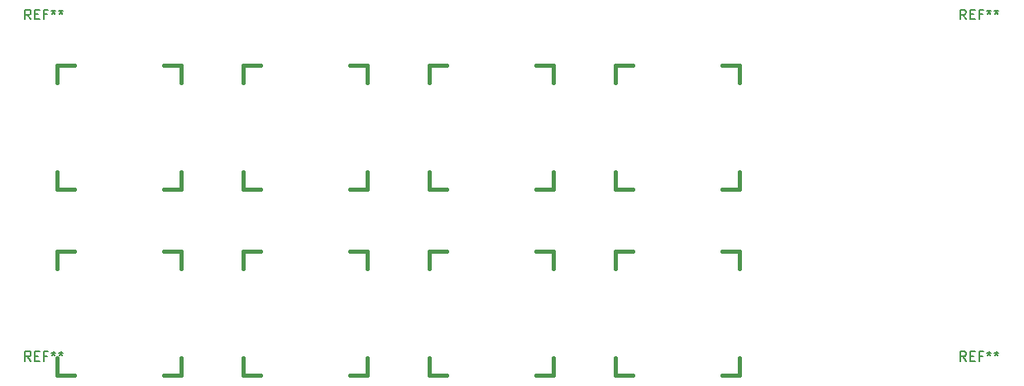
<source format=gto>
G04 #@! TF.GenerationSoftware,KiCad,Pcbnew,(5.1.0-0)*
G04 #@! TF.CreationDate,2019-03-20T16:53:29-04:00*
G04 #@! TF.ProjectId,keeb2x4,6b656562-3278-4342-9e6b-696361645f70,rev?*
G04 #@! TF.SameCoordinates,Original*
G04 #@! TF.FileFunction,Legend,Top*
G04 #@! TF.FilePolarity,Positive*
%FSLAX46Y46*%
G04 Gerber Fmt 4.6, Leading zero omitted, Abs format (unit mm)*
G04 Created by KiCad (PCBNEW (5.1.0-0)) date 2019-03-20 16:53:29*
%MOMM*%
%LPD*%
G04 APERTURE LIST*
%ADD10C,0.381000*%
%ADD11C,0.150000*%
G04 APERTURE END LIST*
D10*
X29368750Y-53181250D02*
X31146750Y-53181250D01*
X40290750Y-53181250D02*
X42068750Y-53181250D01*
X42068750Y-53181250D02*
X42068750Y-54959250D01*
X42068750Y-64103250D02*
X42068750Y-65881250D01*
X42068750Y-65881250D02*
X40290750Y-65881250D01*
X31146750Y-65881250D02*
X29368750Y-65881250D01*
X29368750Y-65881250D02*
X29368750Y-64103250D01*
X29368750Y-54959250D02*
X29368750Y-53181250D01*
X29368750Y-74009250D02*
X29368750Y-72231250D01*
X29368750Y-84931250D02*
X29368750Y-83153250D01*
X31146750Y-84931250D02*
X29368750Y-84931250D01*
X42068750Y-84931250D02*
X40290750Y-84931250D01*
X42068750Y-83153250D02*
X42068750Y-84931250D01*
X42068750Y-72231250D02*
X42068750Y-74009250D01*
X40290750Y-72231250D02*
X42068750Y-72231250D01*
X29368750Y-72231250D02*
X31146750Y-72231250D01*
X48418750Y-53181250D02*
X50196750Y-53181250D01*
X59340750Y-53181250D02*
X61118750Y-53181250D01*
X61118750Y-53181250D02*
X61118750Y-54959250D01*
X61118750Y-64103250D02*
X61118750Y-65881250D01*
X61118750Y-65881250D02*
X59340750Y-65881250D01*
X50196750Y-65881250D02*
X48418750Y-65881250D01*
X48418750Y-65881250D02*
X48418750Y-64103250D01*
X48418750Y-54959250D02*
X48418750Y-53181250D01*
X48418750Y-74009250D02*
X48418750Y-72231250D01*
X48418750Y-84931250D02*
X48418750Y-83153250D01*
X50196750Y-84931250D02*
X48418750Y-84931250D01*
X61118750Y-84931250D02*
X59340750Y-84931250D01*
X61118750Y-83153250D02*
X61118750Y-84931250D01*
X61118750Y-72231250D02*
X61118750Y-74009250D01*
X59340750Y-72231250D02*
X61118750Y-72231250D01*
X48418750Y-72231250D02*
X50196750Y-72231250D01*
X67468750Y-53181250D02*
X69246750Y-53181250D01*
X78390750Y-53181250D02*
X80168750Y-53181250D01*
X80168750Y-53181250D02*
X80168750Y-54959250D01*
X80168750Y-64103250D02*
X80168750Y-65881250D01*
X80168750Y-65881250D02*
X78390750Y-65881250D01*
X69246750Y-65881250D02*
X67468750Y-65881250D01*
X67468750Y-65881250D02*
X67468750Y-64103250D01*
X67468750Y-54959250D02*
X67468750Y-53181250D01*
X67468750Y-74009250D02*
X67468750Y-72231250D01*
X67468750Y-84931250D02*
X67468750Y-83153250D01*
X69246750Y-84931250D02*
X67468750Y-84931250D01*
X80168750Y-84931250D02*
X78390750Y-84931250D01*
X80168750Y-83153250D02*
X80168750Y-84931250D01*
X80168750Y-72231250D02*
X80168750Y-74009250D01*
X78390750Y-72231250D02*
X80168750Y-72231250D01*
X67468750Y-72231250D02*
X69246750Y-72231250D01*
X86518750Y-54959250D02*
X86518750Y-53181250D01*
X86518750Y-65881250D02*
X86518750Y-64103250D01*
X88296750Y-65881250D02*
X86518750Y-65881250D01*
X99218750Y-65881250D02*
X97440750Y-65881250D01*
X99218750Y-64103250D02*
X99218750Y-65881250D01*
X99218750Y-53181250D02*
X99218750Y-54959250D01*
X97440750Y-53181250D02*
X99218750Y-53181250D01*
X86518750Y-53181250D02*
X88296750Y-53181250D01*
X86518750Y-72231250D02*
X88296750Y-72231250D01*
X97440750Y-72231250D02*
X99218750Y-72231250D01*
X99218750Y-72231250D02*
X99218750Y-74009250D01*
X99218750Y-83153250D02*
X99218750Y-84931250D01*
X99218750Y-84931250D02*
X97440750Y-84931250D01*
X88296750Y-84931250D02*
X86518750Y-84931250D01*
X86518750Y-84931250D02*
X86518750Y-83153250D01*
X86518750Y-74009250D02*
X86518750Y-72231250D01*
D11*
X26666666Y-83502380D02*
X26333333Y-83026190D01*
X26095238Y-83502380D02*
X26095238Y-82502380D01*
X26476190Y-82502380D01*
X26571428Y-82550000D01*
X26619047Y-82597619D01*
X26666666Y-82692857D01*
X26666666Y-82835714D01*
X26619047Y-82930952D01*
X26571428Y-82978571D01*
X26476190Y-83026190D01*
X26095238Y-83026190D01*
X27095238Y-82978571D02*
X27428571Y-82978571D01*
X27571428Y-83502380D02*
X27095238Y-83502380D01*
X27095238Y-82502380D01*
X27571428Y-82502380D01*
X28333333Y-82978571D02*
X28000000Y-82978571D01*
X28000000Y-83502380D02*
X28000000Y-82502380D01*
X28476190Y-82502380D01*
X29000000Y-82502380D02*
X29000000Y-82740476D01*
X28761904Y-82645238D02*
X29000000Y-82740476D01*
X29238095Y-82645238D01*
X28857142Y-82930952D02*
X29000000Y-82740476D01*
X29142857Y-82930952D01*
X29761904Y-82502380D02*
X29761904Y-82740476D01*
X29523809Y-82645238D02*
X29761904Y-82740476D01*
X30000000Y-82645238D01*
X29619047Y-82930952D02*
X29761904Y-82740476D01*
X29904761Y-82930952D01*
X122416666Y-83502380D02*
X122083333Y-83026190D01*
X121845238Y-83502380D02*
X121845238Y-82502380D01*
X122226190Y-82502380D01*
X122321428Y-82550000D01*
X122369047Y-82597619D01*
X122416666Y-82692857D01*
X122416666Y-82835714D01*
X122369047Y-82930952D01*
X122321428Y-82978571D01*
X122226190Y-83026190D01*
X121845238Y-83026190D01*
X122845238Y-82978571D02*
X123178571Y-82978571D01*
X123321428Y-83502380D02*
X122845238Y-83502380D01*
X122845238Y-82502380D01*
X123321428Y-82502380D01*
X124083333Y-82978571D02*
X123750000Y-82978571D01*
X123750000Y-83502380D02*
X123750000Y-82502380D01*
X124226190Y-82502380D01*
X124750000Y-82502380D02*
X124750000Y-82740476D01*
X124511904Y-82645238D02*
X124750000Y-82740476D01*
X124988095Y-82645238D01*
X124607142Y-82930952D02*
X124750000Y-82740476D01*
X124892857Y-82930952D01*
X125511904Y-82502380D02*
X125511904Y-82740476D01*
X125273809Y-82645238D02*
X125511904Y-82740476D01*
X125750000Y-82645238D01*
X125369047Y-82930952D02*
X125511904Y-82740476D01*
X125654761Y-82930952D01*
X122416666Y-48502380D02*
X122083333Y-48026190D01*
X121845238Y-48502380D02*
X121845238Y-47502380D01*
X122226190Y-47502380D01*
X122321428Y-47550000D01*
X122369047Y-47597619D01*
X122416666Y-47692857D01*
X122416666Y-47835714D01*
X122369047Y-47930952D01*
X122321428Y-47978571D01*
X122226190Y-48026190D01*
X121845238Y-48026190D01*
X122845238Y-47978571D02*
X123178571Y-47978571D01*
X123321428Y-48502380D02*
X122845238Y-48502380D01*
X122845238Y-47502380D01*
X123321428Y-47502380D01*
X124083333Y-47978571D02*
X123750000Y-47978571D01*
X123750000Y-48502380D02*
X123750000Y-47502380D01*
X124226190Y-47502380D01*
X124750000Y-47502380D02*
X124750000Y-47740476D01*
X124511904Y-47645238D02*
X124750000Y-47740476D01*
X124988095Y-47645238D01*
X124607142Y-47930952D02*
X124750000Y-47740476D01*
X124892857Y-47930952D01*
X125511904Y-47502380D02*
X125511904Y-47740476D01*
X125273809Y-47645238D02*
X125511904Y-47740476D01*
X125750000Y-47645238D01*
X125369047Y-47930952D02*
X125511904Y-47740476D01*
X125654761Y-47930952D01*
X26666666Y-48502380D02*
X26333333Y-48026190D01*
X26095238Y-48502380D02*
X26095238Y-47502380D01*
X26476190Y-47502380D01*
X26571428Y-47550000D01*
X26619047Y-47597619D01*
X26666666Y-47692857D01*
X26666666Y-47835714D01*
X26619047Y-47930952D01*
X26571428Y-47978571D01*
X26476190Y-48026190D01*
X26095238Y-48026190D01*
X27095238Y-47978571D02*
X27428571Y-47978571D01*
X27571428Y-48502380D02*
X27095238Y-48502380D01*
X27095238Y-47502380D01*
X27571428Y-47502380D01*
X28333333Y-47978571D02*
X28000000Y-47978571D01*
X28000000Y-48502380D02*
X28000000Y-47502380D01*
X28476190Y-47502380D01*
X29000000Y-47502380D02*
X29000000Y-47740476D01*
X28761904Y-47645238D02*
X29000000Y-47740476D01*
X29238095Y-47645238D01*
X28857142Y-47930952D02*
X29000000Y-47740476D01*
X29142857Y-47930952D01*
X29761904Y-47502380D02*
X29761904Y-47740476D01*
X29523809Y-47645238D02*
X29761904Y-47740476D01*
X30000000Y-47645238D01*
X29619047Y-47930952D02*
X29761904Y-47740476D01*
X29904761Y-47930952D01*
M02*

</source>
